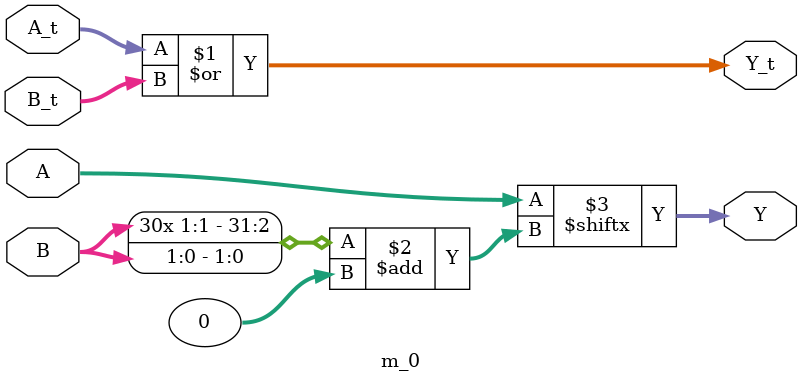
<source format=v>
module m_0 (A,A_t, B,B_t, Y,Y_t);
    
    parameter A_SIGNED = 1;
    parameter B_SIGNED = 1;
    parameter A_WIDTH = 2;
    parameter B_WIDTH = 2;
    parameter Y_WIDTH = 2;
    
    input [A_WIDTH-1:0] A;
    input [B_WIDTH-1:0] B;
    output [Y_WIDTH-1:0] Y;
    
      
  input wire [31:0] A_t;
  input wire [31:0] B_t;
  output wire [31:0] Y_t;
  
    generate
        if (Y_WIDTH > 0)
            if (B_SIGNED) begin:BLOCK1
                assign Y = A[$signed(B) +: Y_WIDTH];
            end else begin:BLOCK2
                assign Y = A[B +: Y_WIDTH];
            end
    endgenerate
    assign Y_t = A_t | B_t;
    
endmodule


</source>
